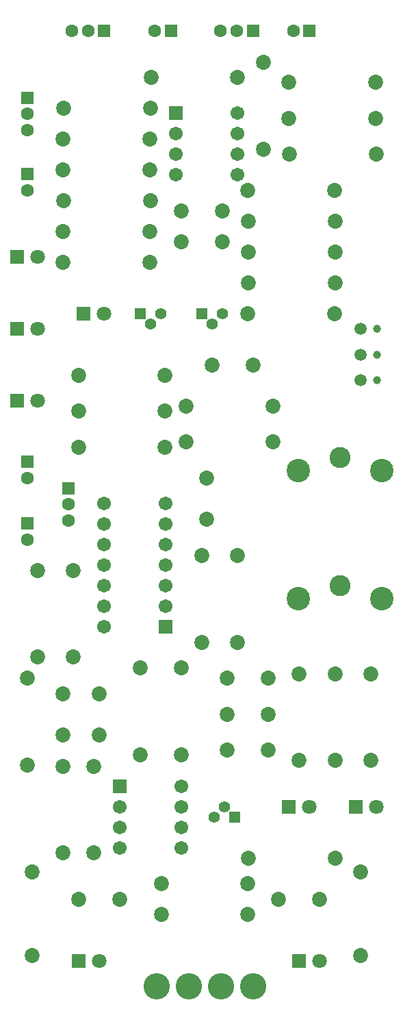
<source format=gbr>
G04 DipTrace 2.4.0.2*
%INBottomMask.gbr*%
%MOIN*%
%ADD15R,0.063X0.063*%
%ADD18R,0.0551X0.0551*%
%ADD19C,0.0551*%
%ADD20C,0.0591*%
%ADD30C,0.0394*%
%ADD42C,0.1143*%
%ADD44C,0.1025*%
%ADD46R,0.0671X0.0671*%
%ADD50C,0.0671*%
%ADD52C,0.0631*%
%ADD53C,0.128*%
%ADD55C,0.071*%
%ADD57R,0.071X0.071*%
%ADD58C,0.073*%
%FSLAX44Y44*%
G04*
G70*
G90*
G75*
G01*
%LNBotMask*%
%LPD*%
D58*
X15190Y43690D3*
X13190D3*
X15190Y42190D3*
X13190D3*
X14440Y28690D3*
Y30690D3*
X15440Y17440D3*
X17440D3*
D57*
X18440Y14690D3*
D55*
X19440D3*
D58*
X15440Y19190D3*
X17440D3*
D57*
X21690Y14690D3*
D55*
X22690D3*
D57*
X5190Y41440D3*
D55*
X6190D3*
D58*
X14690Y36190D3*
X16690D3*
X15440Y20940D3*
X17440D3*
D57*
X8440Y38690D3*
D55*
X9440D3*
D57*
X5190Y37940D3*
D55*
X6190D3*
D58*
X7440Y18190D3*
Y20190D3*
D57*
X5190Y34440D3*
D55*
X6190D3*
D58*
X9190Y18190D3*
Y20190D3*
D57*
X8190Y7190D3*
D55*
X9190D3*
D58*
X10190Y10190D3*
X8190D3*
D57*
X18940Y7190D3*
D55*
X19940D3*
D58*
Y10190D3*
X17940D3*
X5940Y7440D3*
Y11515D3*
X21940Y7440D3*
Y11515D3*
D53*
X12010Y5940D3*
X13570D3*
X15130D3*
X16690D3*
D15*
X5690Y49190D3*
D52*
Y48403D3*
Y47615D3*
D20*
X21940Y37940D3*
D30*
X22727D3*
D20*
X21940Y36690D3*
D30*
X22727D3*
D15*
X9440Y52440D3*
D52*
X8653D3*
X7865D3*
D15*
X5690Y31477D3*
D52*
Y30690D3*
D15*
Y45477D3*
D52*
Y44690D3*
D20*
X21940Y35440D3*
D30*
X22727D3*
D15*
X12690Y52440D3*
D52*
X11903D3*
D15*
X19440D3*
D52*
X18653D3*
D18*
X14190Y38690D3*
D19*
X14690Y38190D3*
X15190Y38690D3*
D18*
X15815Y14190D3*
D19*
X15315Y14690D3*
X14815Y14190D3*
D18*
X11190Y38690D3*
D19*
X11690Y38190D3*
X12190Y38690D3*
D58*
X16440Y44690D3*
X20653D3*
X20690Y43190D3*
X16477D3*
X20690Y41690D3*
X16477D3*
X7440Y41190D3*
X11653D3*
X13440Y32440D3*
X17653D3*
X22440Y16940D3*
Y21153D3*
X20690Y12190D3*
X16477D3*
X20690Y16940D3*
Y21153D3*
X18940Y16940D3*
Y21153D3*
X7440Y42690D3*
X11653D3*
X7440Y45690D3*
X11653D3*
X20690Y40190D3*
X16477D3*
X11690Y44190D3*
X7477D3*
X13440Y34190D3*
X17653D3*
X14190Y22690D3*
Y26903D3*
X15940Y22690D3*
Y26903D3*
X16440Y38690D3*
X20653D3*
X8190Y32190D3*
X12403D3*
X8190Y35690D3*
X12403D3*
X8190Y33940D3*
X12403D3*
X7940Y26190D3*
Y21977D3*
X5690Y20940D3*
Y16727D3*
X6190Y26190D3*
Y21977D3*
X11190Y21440D3*
Y17227D3*
X8940Y12440D3*
Y16653D3*
X7440Y12440D3*
Y16653D3*
X13190Y21440D3*
Y17227D3*
X7440Y47190D3*
X11653D3*
X15940Y50190D3*
X11727D3*
D46*
X12440Y23440D3*
D50*
Y24440D3*
Y25440D3*
Y26440D3*
Y27440D3*
Y28440D3*
Y29440D3*
X9440D3*
Y28440D3*
Y27440D3*
Y26440D3*
Y25440D3*
Y24440D3*
Y23440D3*
D46*
X10190Y15690D3*
D50*
Y14690D3*
Y13690D3*
Y12690D3*
X13190D3*
Y13690D3*
Y14690D3*
Y15690D3*
D46*
X12940Y48440D3*
D50*
Y47440D3*
Y46440D3*
Y45440D3*
X15940D3*
Y46440D3*
Y47440D3*
Y48440D3*
D58*
X11690Y48690D3*
X7477D3*
X17190Y46690D3*
Y50903D3*
X18440Y49940D3*
X22653D3*
X18440Y48190D3*
X22653D3*
X22690Y46440D3*
X18477D3*
X16440Y10940D3*
X12227D3*
X16440Y9440D3*
X12227D3*
D15*
X7690Y30190D3*
D52*
Y29403D3*
Y28615D3*
D15*
X16690Y52440D3*
D52*
X15903D3*
X15115D3*
D15*
X5690Y28477D3*
D52*
Y27690D3*
D44*
X20940Y31690D3*
D42*
X18912Y31060D3*
X22968D3*
D44*
X20940Y25440D3*
D42*
X18912Y24810D3*
X22968D3*
M02*

</source>
